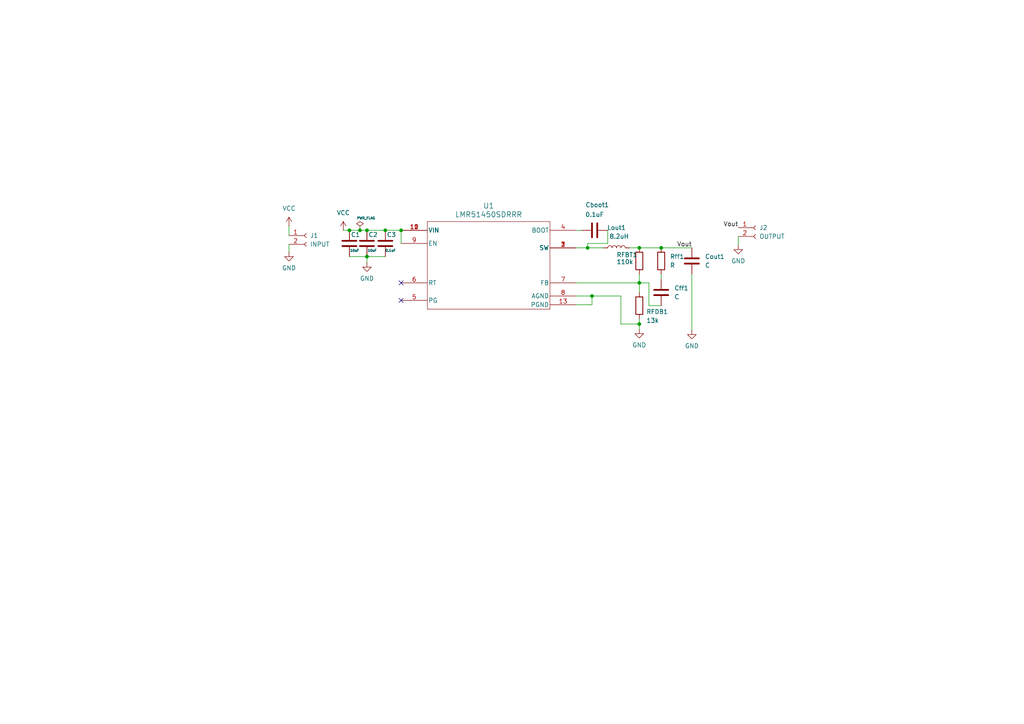
<source format=kicad_sch>
(kicad_sch (version 20250114) (generator "eeschema") (generator_version "9.0")
  (paper "A4")
  (title_block (title "LMR51450 DC-DC Conv 7.6V/4A") (date "2025-09-10") (rev "1.0") (company "Ved Namjoshi"))
  (lib_symbols
    (symbol "2025-09-10_14-19-52:LMR51450SDRRR" (pin_names (offset 0.254))
      (property "Reference" "U1" (at 25.4 9.652 0))
      (property "Value" "LMR51450SDRRR" (at 25.4 7.112 0))
      (symbol "LMR51450SDRRR_0_1"
        (polyline (pts (xy 7.62 5.08) (xy 7.62 -20.32)) (stroke (width 0.127)))
        (polyline (pts (xy 7.62 -20.32) (xy 43.18 -20.32)) (stroke (width 0.127)))
        (polyline (pts (xy 43.18 5.08) (xy 7.62 5.08)) (stroke (width 0.127)))
        (polyline (pts (xy 43.18 -20.32) (xy 43.18 5.08)) (stroke (width 0.127)))
        (pin unspecified line (at 0 2.54 0) (length 7.62) (name "VIN") (number "10"))
        (pin unspecified line (at 0 2.54 0) (length 7.62) (name "VIN") (number "11"))
        (pin unspecified line (at 0 2.54 0) (length 7.62) (name "VIN") (number "12"))
        (pin unspecified line (at 0 -1.27 0) (length 7.62) (name "EN") (number "9"))
        (pin unspecified line (at 0 -17.78 0) (length 7.62) (name "PG") (number "5"))
        (pin unspecified line (at 50.8 2.54 180) (length 7.62) (name "BOOT") (number "4"))
        (pin unspecified line (at 50.8 -2.54 180) (length 7.62) (name "SW") (number "1"))
        (pin unspecified line (at 50.8 -2.54 180) (length 7.62) (name "SW") (number "2"))
        (pin unspecified line (at 50.8 -2.54 180) (length 7.62) (name "SW") (number "3"))
        (pin unspecified line (at 50.8 -12.7 180) (length 7.62) (name "FB") (number "7"))
        (pin power_out line (at 50.8 -16.51 180) (length 7.62) (name "AGND") (number "8"))
      )
      (symbol "LMR51450SDRRR_1_1"
        (pin unspecified line (at 0 -12.7 0) (length 7.62) (name "RT") (number "6"))
        (pin power_out line (at 50.8 -19.05 180) (length 7.62) (name "PGND") (number "13"))
      )
    )
    (symbol "Connector:Conn_01x02_Socket" (pin_names (offset 1.016) (hide yes))
      (property "Reference" "J" (at 0 2.54 0))
      (property "Value" "Conn_01x02_Socket" (at 0 -5.08 0))
      (symbol "Conn_01x02_Socket_1_1"
        (polyline (pts (xy -1.27 0) (xy -0.508 0)) (stroke (width 0.1524)))
        (polyline (pts (xy -1.27 -2.54) (xy -0.508 -2.54)) (stroke (width 0.1524)))
        (arc (start 0 -0.508) (mid -0.5058 0) (end 0 0.508) (stroke (width 0.1524)))
        (arc (start 0 -3.048) (mid -0.5058 -2.54) (end 0 -2.032) (stroke (width 0.1524)))
        (pin passive line (at -5.08 0 0) (length 3.81) (name "Pin_1") (number "1"))
        (pin passive line (at -5.08 -2.54 0) (length 3.81) (name "Pin_2") (number "2"))
      )
    )
    (symbol "Device:C" (pin_numbers (hide yes)) (pin_names (offset 0.254))
      (property "Reference" "C" (at 0.635 2.54 0))
      (property "Value" "C" (at 0.635 -2.54 0))
      (symbol "C_0_1"
        (polyline (pts (xy -2.032 0.762) (xy 2.032 0.762)) (stroke (width 0.508)))
        (polyline (pts (xy -2.032 -0.762) (xy 2.032 -0.762)) (stroke (width 0.508)))
      )
      (symbol "C_1_1"
        (pin passive line (at 0 3.81 270) (length 2.794) (name "~") (number "1"))
        (pin passive line (at 0 -3.81 90) (length 2.794) (name "~") (number "2"))
      )
    )
    (symbol "Device:L" (pin_numbers (hide yes)) (pin_names (offset 1.016) (hide yes))
      (property "Reference" "L" (at -1.27 0 90))
      (property "Value" "L" (at 1.905 0 90))
      (symbol "L_0_1"
        (arc (start 0 2.54) (mid 0.6323 1.905) (end 0 1.27))
        (arc (start 0 1.27) (mid 0.6323 0.635) (end 0 0))
        (arc (start 0 0) (mid 0.6323 -0.635) (end 0 -1.27))
        (arc (start 0 -1.27) (mid 0.6323 -1.905) (end 0 -2.54))
      )
      (symbol "L_1_1"
        (pin passive line (at 0 3.81 270) (length 1.27) (name "1") (number "1"))
        (pin passive line (at 0 -3.81 90) (length 1.27) (name "2") (number "2"))
      )
    )
    (symbol "Device:R" (pin_numbers (hide yes)) (pin_names (offset 0))
      (property "Reference" "R" (at 2.032 0 90))
      (property "Value" "R" (at 0 0 90))
      (symbol "R_0_1"
        (rectangle (start -1.016 -2.54) (end 1.016 2.54) (stroke (width 0.254)))
      )
      (symbol "R_1_1"
        (pin passive line (at 0 3.81 270) (length 1.27) (name "~") (number "1"))
        (pin passive line (at 0 -3.81 90) (length 1.27) (name "~") (number "2"))
      )
    )
    (symbol "power:GND" (power) (pin_numbers (hide yes)) (pin_names (offset 0) (hide yes))
      (property "Value" "GND" (at 0 -3.81 0))
      (symbol "GND_0_1"
        (polyline (pts (xy 0 0) (xy 0 -1.27) (xy 1.27 -1.27) (xy 0 -2.54) (xy -1.27 -1.27) (xy 0 -1.27)))
      )
      (symbol "GND_1_1"
        (pin power_in line (at 0 0 270) (length 0) (name "~") (number "1"))
      )
    )
    (symbol "power:PWR_FLAG" (power) (pin_numbers (hide yes)) (pin_names (offset 0) (hide yes))
      (property "Value" "PWR_FLAG" (at 0 3.81 0))
      (symbol "PWR_FLAG_0_0"
        (pin power_out line (at 0 0 90) (length 0) (name "~") (number "1"))
      )
      (symbol "PWR_FLAG_0_1"
        (polyline (pts (xy 0 0) (xy 0 1.27) (xy -1.016 1.905) (xy 0 2.54) (xy 1.016 1.905) (xy 0 1.27)))
      )
    )
    (symbol "power:VCC" (power) (pin_numbers (hide yes)) (pin_names (offset 0) (hide yes))
      (property "Value" "VCC" (at 0 3.556 0))
      (symbol "VCC_0_1"
        (polyline (pts (xy -0.762 1.27) (xy 0 2.54)))
        (polyline (pts (xy 0 2.54) (xy 0.762 1.27)))
        (polyline (pts (xy 0 0) (xy 0 2.54)))
      )
      (symbol "VCC_1_1"
        (pin power_in line (at 0 0 90) (length 0) (name "~") (number "1"))
      )
    )
  )
  (junction (at 106.426 66.802))
  (junction (at 185.42 71.882))
  (junction (at 170.434 71.882))
  (junction (at 191.77 71.882))
  (junction (at 116.332 66.802))
  (junction (at 106.426 74.422))
  (junction (at 185.42 93.98))
  (junction (at 111.76 66.802))
  (junction (at 104.394 66.802))
  (junction (at 171.704 85.852))
  (junction (at 185.42 82.042))
  (junction (at 101.346 66.802))
  (no_connect (at 116.332 87.122))
  (no_connect (at 116.332 82.042))
  (wire (pts (xy 185.42 82.042) (xy 185.42 79.502)))
  (wire (pts (xy 191.77 79.502) (xy 191.77 81.026)))
  (wire (pts (xy 83.82 65.532) (xy 83.82 68.326)))
  (wire (pts (xy 83.82 73.152) (xy 83.82 70.866)))
  (wire (pts (xy 170.434 70.612) (xy 170.434 71.882)))
  (wire (pts (xy 111.76 66.802) (xy 116.332 66.802)))
  (wire (pts (xy 200.66 79.502) (xy 200.66 95.758)))
  (wire (pts (xy 106.426 66.802) (xy 111.76 66.802)))
  (wire (pts (xy 182.626 71.882) (xy 185.42 71.882)))
  (wire (pts (xy 185.42 82.042) (xy 185.42 84.836)))
  (wire (pts (xy 180.086 93.98) (xy 185.42 93.98)))
  (wire (pts (xy 191.77 88.646) (xy 188.214 88.646)))
  (wire (pts (xy 101.346 66.802) (xy 104.394 66.802)))
  (wire (pts (xy 106.426 76.2) (xy 106.426 74.422)))
  (wire (pts (xy 168.656 66.802) (xy 167.132 66.802)))
  (wire (pts (xy 167.132 82.042) (xy 185.42 82.042)))
  (wire (pts (xy 185.42 95.504) (xy 185.42 93.98)))
  (wire (pts (xy 167.132 85.852) (xy 171.704 85.852)))
  (wire (pts (xy 101.346 74.422) (xy 106.426 74.422)))
  (wire (pts (xy 167.132 71.882) (xy 170.434 71.882)))
  (wire (pts (xy 99.568 66.802) (xy 101.346 66.802)))
  (wire (pts (xy 170.434 71.882) (xy 175.006 71.882)))
  (wire (pts (xy 176.276 70.612) (xy 170.434 70.612)))
  (wire (pts (xy 176.276 66.802) (xy 176.276 70.612)))
  (wire (pts (xy 116.332 66.802) (xy 116.332 70.612)))
  (wire (pts (xy 188.214 88.646) (xy 188.214 82.042)))
  (wire (pts (xy 185.42 93.98) (xy 185.42 92.456)))
  (wire (pts (xy 167.132 88.392) (xy 171.704 88.392)))
  (wire (pts (xy 104.394 66.802) (xy 106.426 66.802)))
  (wire (pts (xy 214.122 71.12) (xy 214.122 68.58)))
  (wire (pts (xy 171.704 88.392) (xy 171.704 85.852)))
  (wire (pts (xy 106.426 74.422) (xy 111.76 74.422)))
  (wire (pts (xy 185.42 71.882) (xy 191.77 71.882)))
  (wire (pts (xy 188.214 82.042) (xy 185.42 82.042)))
  (wire (pts (xy 191.77 71.882) (xy 200.66 71.882)))
  (wire (pts (xy 180.086 85.852) (xy 180.086 93.98)))
  (wire (pts (xy 171.704 85.852) (xy 180.086 85.852)))
  (label "Vout" (at 214.122 66.04 180))
  (label "Vout" (at 200.66 71.882 180))
  (symbol (lib_id "power:GND") (at 214.122 71.12 0) (unit 1)
    (property "Reference" "#PWR07" (effects (hide yes)))
    (property "Value" "GND" (at 214.122 75.692 0))
    (property "Description" "Power symbol creates a global label with name \"GND\" , ground" (effects (hide yes)))
  )
  (symbol (lib_id "Device:R") (at 191.77 75.692 180) (unit 1)
    (property "Reference" "Rff1" (at 194.31 74.4219 0) (effects (justify right)))
    (property "Value" "R" (at 194.31 76.9619 0) (effects (justify right)))
    (property "Footprint" "Resistor_SMD:R_0805_2012Metric_Pad1.20x1.40mm_HandSolder" (effects (hide yes)))
    (property "Description" "Resistor" (effects (hide yes)))
  )
  (symbol (lib_id "2025-09-10_14-19-52:LMR51450SDRRR") (at 116.332 69.342 0) (unit 1)
    (property "Reference" "U1" (at 141.732 59.69 0) (effects (font (size 1.524 1.524))))
    (property "Value" "LMR51450SDRRR" (at 141.732 62.23 0) (effects (font (size 1.524 1.524))))
    (property "Footprint" "footprints:WSON_SDRRR_TEX" (effects (hide yes)))
    (property "Datasheet" "https://www.ti.com/lit/gpn/lmr51450" (effects (hide yes)))
  )
  (symbol (lib_id "power:GND") (at 200.66 95.758 0) (unit 1)
    (property "Reference" "#PWR06" (effects (hide yes)))
    (property "Value" "GND" (at 200.66 100.33 0))
    (property "Description" "Power symbol creates a global label with name \"GND\" , ground" (effects (hide yes)))
  )
  (symbol (lib_id "power:VCC") (at 83.82 65.532 0) (unit 1)
    (property "Reference" "#PWR01" (effects (hide yes)))
    (property "Value" "VCC" (at 83.82 60.452 0))
    (property "Description" "Power symbol creates a global label with name \"VCC\"" (effects (hide yes)))
  )
  (symbol (lib_id "Device:C") (at 111.76 70.612 180) (unit 1)
    (property "Reference" "C3" (at 113.538 68.072 0))
    (property "Value" "0.1uF" (at 113.284 72.644 0) (effects (font (size 0.7 0.7))))
    (property "Footprint" "Capacitor_SMD:C_0805_2012Metric_Pad1.18x1.45mm_HandSolder" (effects (hide yes)))
    (property "Description" "Unpolarized capacitor" (effects (hide yes)))
  )
  (symbol (lib_id "Device:C") (at 106.426 70.612 180) (unit 1)
    (property "Reference" "C2" (at 108.204 68.072 0))
    (property "Value" "10uF" (at 107.95 72.644 0) (effects (font (size 0.7 0.7))))
    (property "Footprint" "Capacitor_SMD:C_0805_2012Metric_Pad1.18x1.45mm_HandSolder" (effects (hide yes)))
    (property "Description" "Unpolarized capacitor" (effects (hide yes)))
  )
  (symbol (lib_id "power:VCC") (at 99.568 66.802 0) (unit 1)
    (property "Reference" "#PWR03" (effects (hide yes)))
    (property "Value" "VCC" (at 99.568 61.722 0))
    (property "Description" "Power symbol creates a global label with name \"VCC\"" (effects (hide yes)))
  )
  (symbol (lib_id "Device:C") (at 172.466 66.802 90) (unit 1)
    (property "Reference" "Cboot1" (at 173.228 59.436 90))
    (property "Value" "0.1uF" (at 172.466 62.23 90))
    (property "Footprint" "Capacitor_SMD:C_0805_2012Metric_Pad1.18x1.45mm_HandSolder" (effects (hide yes)))
    (property "Description" "Unpolarized capacitor" (effects (hide yes)))
  )
  (symbol (lib_id "power:GND") (at 83.82 73.152 0) (unit 1)
    (property "Reference" "#PWR02" (effects (hide yes)))
    (property "Value" "GND" (at 83.82 77.724 0))
    (property "Description" "Power symbol creates a global label with name \"GND\" , ground" (effects (hide yes)))
  )
  (symbol (lib_id "power:GND") (at 106.426 76.2 0) (unit 1)
    (property "Reference" "#PWR04" (effects (hide yes)))
    (property "Value" "GND" (at 106.426 80.772 0))
    (property "Description" "Power symbol creates a global label with name \"GND\" , ground" (effects (hide yes)))
  )
  (symbol (lib_id "power:PWR_FLAG") (at 104.394 66.802 0) (unit 1)
    (property "Reference" "#FLG01" (effects (hide yes)))
    (property "Value" "PWR_FLAG" (at 106.172 63.246 0) (effects (font (size 0.7 0.7))))
    (property "Description" "Special symbol for telling ERC where power comes from" (effects (hide yes)))
  )
  (symbol (lib_id "Device:C") (at 101.346 70.612 180) (unit 1)
    (property "Reference" "C1" (at 103.124 68.072 0))
    (property "Value" "10uF" (at 102.87 72.644 0) (effects (font (size 0.7 0.7))))
    (property "Footprint" "Capacitor_SMD:C_0805_2012Metric_Pad1.18x1.45mm_HandSolder" (effects (hide yes)))
    (property "Description" "Unpolarized capacitor" (effects (hide yes)))
  )
  (symbol (lib_id "Device:L") (at 178.816 71.882 90) (unit 1)
    (property "Reference" "Lout1" (at 178.816 66.04 90))
    (property "Value" "8.2uH" (at 179.578 68.58 90))
    (property "Footprint" "Inductor_THT:L_Axial_L11.0mm_D4.5mm_P15.24mm_Horizontal_Fastron_MECC" (effects (hide yes)))
    (property "Description" "Inductor" (effects (hide yes)))
  )
  (symbol (lib_id "Device:C") (at 200.66 75.692 180) (unit 1)
    (property "Reference" "Cout1" (at 204.47 74.4219 0) (effects (justify right)))
    (property "Value" "C" (at 204.47 76.9619 0) (effects (justify right)))
    (property "Footprint" "Capacitor_SMD:C_1808_4520Metric_Pad1.72x2.30mm_HandSolder" (effects (hide yes)))
    (property "Description" "Unpolarized capacitor" (effects (hide yes)))
  )
  (symbol (lib_id "Device:R") (at 185.42 75.692 180) (unit 1)
    (property "Reference" "RFBT1" (at 178.816 73.914 0) (effects (justify right)))
    (property "Value" "110k" (at 178.816 75.946 0) (effects (justify right)))
    (property "Footprint" "Resistor_SMD:R_0805_2012Metric_Pad1.20x1.40mm_HandSolder" (effects (hide yes)))
    (property "Description" "Resistor" (effects (hide yes)))
  )
  (symbol (lib_id "power:GND") (at 185.42 95.504 0) (unit 1)
    (property "Reference" "#PWR05" (effects (hide yes)))
    (property "Value" "GND" (at 185.42 100.076 0))
    (property "Description" "Power symbol creates a global label with name \"GND\" , ground" (effects (hide yes)))
  )
  (symbol (lib_id "Connector:Conn_01x02_Socket") (at 88.9 68.326 0) (unit 1)
    (property "Reference" "J1" (at 89.916 68.3259 0) (effects (justify left)))
    (property "Value" "INPUT" (at 89.916 70.8659 0) (effects (justify left)))
    (property "Footprint" "TerminalBlock_Phoenix:TerminalBlock_Phoenix_MKDS-1,5-2-5.08_1x02_P5.08mm_Horizontal" (effects (hide yes)))
    (property "Description" "Generic connector, single row, 01x02, script generated" (effects (hide yes)))
  )
  (symbol (lib_id "Device:R") (at 185.42 88.646 180) (unit 1)
    (property "Reference" "RFDB1" (at 187.452 90.424 0) (effects (justify right)))
    (property "Value" "13k" (at 187.452 92.964 0) (effects (justify right)))
    (property "Footprint" "Resistor_SMD:R_0805_2012Metric_Pad1.20x1.40mm_HandSolder" (effects (hide yes)))
    (property "Description" "Resistor" (effects (hide yes)))
  )
  (symbol (lib_id "Connector:Conn_01x02_Socket") (at 219.202 66.04 0) (unit 1)
    (property "Reference" "J2" (at 220.218 66.0399 0) (effects (justify left)))
    (property "Value" "OUTPUT" (at 220.218 68.5799 0) (effects (justify left)))
    (property "Footprint" "TerminalBlock_Phoenix:TerminalBlock_Phoenix_MKDS-1,5-2-5.08_1x02_P5.08mm_Horizontal" (effects (hide yes)))
    (property "Description" "Generic connector, single row, 01x02, script generated" (effects (hide yes)))
  )
  (symbol (lib_id "Device:C") (at 191.77 84.836 180) (unit 1)
    (property "Reference" "Cff1" (at 195.58 83.5659 0) (effects (justify right)))
    (property "Value" "C" (at 195.58 86.1059 0) (effects (justify right)))
    (property "Footprint" "Capacitor_SMD:C_0805_2012Metric_Pad1.18x1.45mm_HandSolder" (effects (hide yes)))
    (property "Description" "Unpolarized capacitor" (effects (hide yes)))
  )
)
</source>
